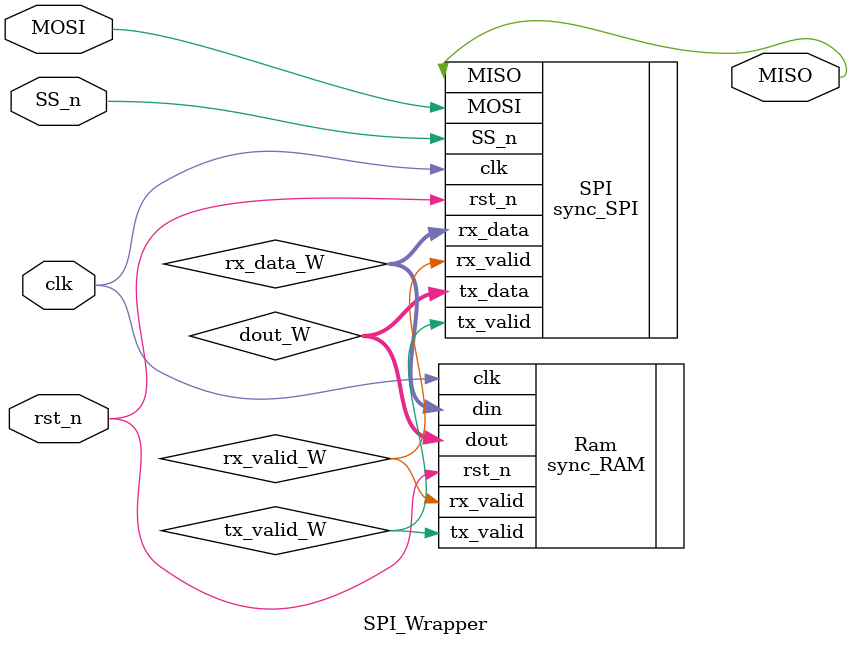
<source format=v>
module SPI_Wrapper(MOSI,SS_n,clk,rst_n,MISO);

input MOSI,SS_n,clk,rst_n;
output MISO;

wire rx_valid_W,tx_valid_W;
wire [7:0] dout_W;
wire [9:0] rx_data_W;

sync_RAM Ram (.clk(clk),.rst_n(rst_n),.din(rx_data_W),.rx_valid(rx_valid_W),.dout(dout_W),.tx_valid(tx_valid_W));
sync_SPI SPI (.clk(clk),.rst_n(rst_n),.MOSI(MOSI),.MISO(MISO),.SS_n(SS_n),.rx_data(rx_data_W),.rx_valid(rx_valid_W),.tx_data(dout_W),.tx_valid(tx_valid_W));

endmodule

</source>
